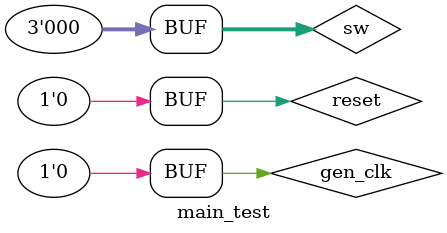
<source format=v>
`timescale 1ns / 1ps


module main_test;

	// Inputs
	reg gen_clk;
	reg reset;
	reg [2:0] sw;

	// Outputs
	wire hsync;
	wire vsync;
	wire [2:0] rgb;

	// Instantiate the Unit Under Test (UUT)
	Main uut (
		.gen_clk(gen_clk), 
		.reset(reset), 
		.sw(sw), 
		.hsync(hsync), 
		.vsync(vsync), 
		.rgb(rgb)
	);

	initial begin
		// Initialize Inputs
		gen_clk = 0;
		reset = 0;
		sw = 0;

		// Wait 100 ns for global reset to finish
		#100;
        
		// Add stimulus here

	end
      
endmodule


</source>
